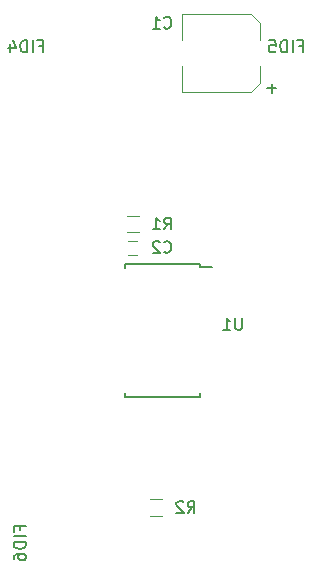
<source format=gbo>
G04 #@! TF.FileFunction,Legend,Bot*
%FSLAX46Y46*%
G04 Gerber Fmt 4.6, Leading zero omitted, Abs format (unit mm)*
G04 Created by KiCad (PCBNEW 4.0.6) date Wednesday, September 13, 2017 'PMt' 03:29:23 PM*
%MOMM*%
%LPD*%
G01*
G04 APERTURE LIST*
%ADD10C,0.100000*%
%ADD11C,0.120000*%
%ADD12C,0.150000*%
%ADD13C,0.152400*%
G04 APERTURE END LIST*
D10*
D11*
X198300000Y-82540000D02*
X198300000Y-81120000D01*
X191700000Y-83300000D02*
X191700000Y-81120000D01*
X191700000Y-76700000D02*
X191700000Y-78880000D01*
X198300000Y-77460000D02*
X198300000Y-78880000D01*
X191700000Y-83300000D02*
X197540000Y-83300000D01*
X197540000Y-83300000D02*
X198300000Y-82540000D01*
X198300000Y-77460000D02*
X197540000Y-76700000D01*
X197540000Y-76700000D02*
X191700000Y-76700000D01*
X187850000Y-95900000D02*
X187150000Y-95900000D01*
X187150000Y-97100000D02*
X187850000Y-97100000D01*
X188000000Y-93820000D02*
X187000000Y-93820000D01*
X187000000Y-95180000D02*
X188000000Y-95180000D01*
X190000000Y-117820000D02*
X189000000Y-117820000D01*
X189000000Y-119180000D02*
X190000000Y-119180000D01*
D12*
X194250000Y-98100000D02*
X193175000Y-98100000D01*
X193175000Y-98100000D02*
X193175000Y-97875000D01*
X193175000Y-97875000D02*
X186825000Y-97875000D01*
X186825000Y-97875000D02*
X186825000Y-98200000D01*
X193175000Y-108800000D02*
X193175000Y-109125000D01*
X193175000Y-109125000D02*
X186825000Y-109125000D01*
X186825000Y-109125000D02*
X186825000Y-108800000D01*
X190166666Y-77857143D02*
X190214285Y-77904762D01*
X190357142Y-77952381D01*
X190452380Y-77952381D01*
X190595238Y-77904762D01*
X190690476Y-77809524D01*
X190738095Y-77714286D01*
X190785714Y-77523810D01*
X190785714Y-77380952D01*
X190738095Y-77190476D01*
X190690476Y-77095238D01*
X190595238Y-77000000D01*
X190452380Y-76952381D01*
X190357142Y-76952381D01*
X190214285Y-77000000D01*
X190166666Y-77047619D01*
X189214285Y-77952381D02*
X189785714Y-77952381D01*
X189500000Y-77952381D02*
X189500000Y-76952381D01*
X189595238Y-77095238D01*
X189690476Y-77190476D01*
X189785714Y-77238095D01*
X199660952Y-82981429D02*
X198899047Y-82981429D01*
X199279999Y-83362381D02*
X199279999Y-82600476D01*
X190166666Y-96857143D02*
X190214285Y-96904762D01*
X190357142Y-96952381D01*
X190452380Y-96952381D01*
X190595238Y-96904762D01*
X190690476Y-96809524D01*
X190738095Y-96714286D01*
X190785714Y-96523810D01*
X190785714Y-96380952D01*
X190738095Y-96190476D01*
X190690476Y-96095238D01*
X190595238Y-96000000D01*
X190452380Y-95952381D01*
X190357142Y-95952381D01*
X190214285Y-96000000D01*
X190166666Y-96047619D01*
X189785714Y-96047619D02*
X189738095Y-96000000D01*
X189642857Y-95952381D01*
X189404761Y-95952381D01*
X189309523Y-96000000D01*
X189261904Y-96047619D01*
X189214285Y-96142857D01*
X189214285Y-96238095D01*
X189261904Y-96380952D01*
X189833333Y-96952381D01*
X189214285Y-96952381D01*
X190166666Y-94952381D02*
X190500000Y-94476190D01*
X190738095Y-94952381D02*
X190738095Y-93952381D01*
X190357142Y-93952381D01*
X190261904Y-94000000D01*
X190214285Y-94047619D01*
X190166666Y-94142857D01*
X190166666Y-94285714D01*
X190214285Y-94380952D01*
X190261904Y-94428571D01*
X190357142Y-94476190D01*
X190738095Y-94476190D01*
X189214285Y-94952381D02*
X189785714Y-94952381D01*
X189500000Y-94952381D02*
X189500000Y-93952381D01*
X189595238Y-94095238D01*
X189690476Y-94190476D01*
X189785714Y-94238095D01*
X192166666Y-118952381D02*
X192500000Y-118476190D01*
X192738095Y-118952381D02*
X192738095Y-117952381D01*
X192357142Y-117952381D01*
X192261904Y-118000000D01*
X192214285Y-118047619D01*
X192166666Y-118142857D01*
X192166666Y-118285714D01*
X192214285Y-118380952D01*
X192261904Y-118428571D01*
X192357142Y-118476190D01*
X192738095Y-118476190D01*
X191785714Y-118047619D02*
X191738095Y-118000000D01*
X191642857Y-117952381D01*
X191404761Y-117952381D01*
X191309523Y-118000000D01*
X191261904Y-118047619D01*
X191214285Y-118142857D01*
X191214285Y-118238095D01*
X191261904Y-118380952D01*
X191833333Y-118952381D01*
X191214285Y-118952381D01*
X196761905Y-102452381D02*
X196761905Y-103261905D01*
X196714286Y-103357143D01*
X196666667Y-103404762D01*
X196571429Y-103452381D01*
X196380952Y-103452381D01*
X196285714Y-103404762D01*
X196238095Y-103357143D01*
X196190476Y-103261905D01*
X196190476Y-102452381D01*
X195190476Y-103452381D02*
X195761905Y-103452381D01*
X195476191Y-103452381D02*
X195476191Y-102452381D01*
X195571429Y-102595238D01*
X195666667Y-102690476D01*
X195761905Y-102738095D01*
D13*
X179588572Y-79427429D02*
X179927238Y-79427429D01*
X179927238Y-79959619D02*
X179927238Y-78943619D01*
X179443429Y-78943619D01*
X179056381Y-79959619D02*
X179056381Y-78943619D01*
X178572571Y-79959619D02*
X178572571Y-78943619D01*
X178330666Y-78943619D01*
X178185524Y-78992000D01*
X178088762Y-79088762D01*
X178040381Y-79185524D01*
X177992000Y-79379048D01*
X177992000Y-79524190D01*
X178040381Y-79717714D01*
X178088762Y-79814476D01*
X178185524Y-79911238D01*
X178330666Y-79959619D01*
X178572571Y-79959619D01*
X177121143Y-79282286D02*
X177121143Y-79959619D01*
X177363047Y-78895238D02*
X177604952Y-79620952D01*
X176976000Y-79620952D01*
X201588572Y-79427429D02*
X201927238Y-79427429D01*
X201927238Y-79959619D02*
X201927238Y-78943619D01*
X201443429Y-78943619D01*
X201056381Y-79959619D02*
X201056381Y-78943619D01*
X200572571Y-79959619D02*
X200572571Y-78943619D01*
X200330666Y-78943619D01*
X200185524Y-78992000D01*
X200088762Y-79088762D01*
X200040381Y-79185524D01*
X199992000Y-79379048D01*
X199992000Y-79524190D01*
X200040381Y-79717714D01*
X200088762Y-79814476D01*
X200185524Y-79911238D01*
X200330666Y-79959619D01*
X200572571Y-79959619D01*
X199072762Y-78943619D02*
X199556571Y-78943619D01*
X199604952Y-79427429D01*
X199556571Y-79379048D01*
X199459809Y-79330667D01*
X199217905Y-79330667D01*
X199121143Y-79379048D01*
X199072762Y-79427429D01*
X199024381Y-79524190D01*
X199024381Y-79766095D01*
X199072762Y-79862857D01*
X199121143Y-79911238D01*
X199217905Y-79959619D01*
X199459809Y-79959619D01*
X199556571Y-79911238D01*
X199604952Y-79862857D01*
X177927429Y-120411428D02*
X177927429Y-120072762D01*
X178459619Y-120072762D02*
X177443619Y-120072762D01*
X177443619Y-120556571D01*
X178459619Y-120943619D02*
X177443619Y-120943619D01*
X178459619Y-121427429D02*
X177443619Y-121427429D01*
X177443619Y-121669334D01*
X177492000Y-121814476D01*
X177588762Y-121911238D01*
X177685524Y-121959619D01*
X177879048Y-122008000D01*
X178024190Y-122008000D01*
X178217714Y-121959619D01*
X178314476Y-121911238D01*
X178411238Y-121814476D01*
X178459619Y-121669334D01*
X178459619Y-121427429D01*
X177443619Y-122878857D02*
X177443619Y-122685334D01*
X177492000Y-122588572D01*
X177540381Y-122540191D01*
X177685524Y-122443429D01*
X177879048Y-122395048D01*
X178266095Y-122395048D01*
X178362857Y-122443429D01*
X178411238Y-122491810D01*
X178459619Y-122588572D01*
X178459619Y-122782095D01*
X178411238Y-122878857D01*
X178362857Y-122927238D01*
X178266095Y-122975619D01*
X178024190Y-122975619D01*
X177927429Y-122927238D01*
X177879048Y-122878857D01*
X177830667Y-122782095D01*
X177830667Y-122588572D01*
X177879048Y-122491810D01*
X177927429Y-122443429D01*
X178024190Y-122395048D01*
M02*

</source>
